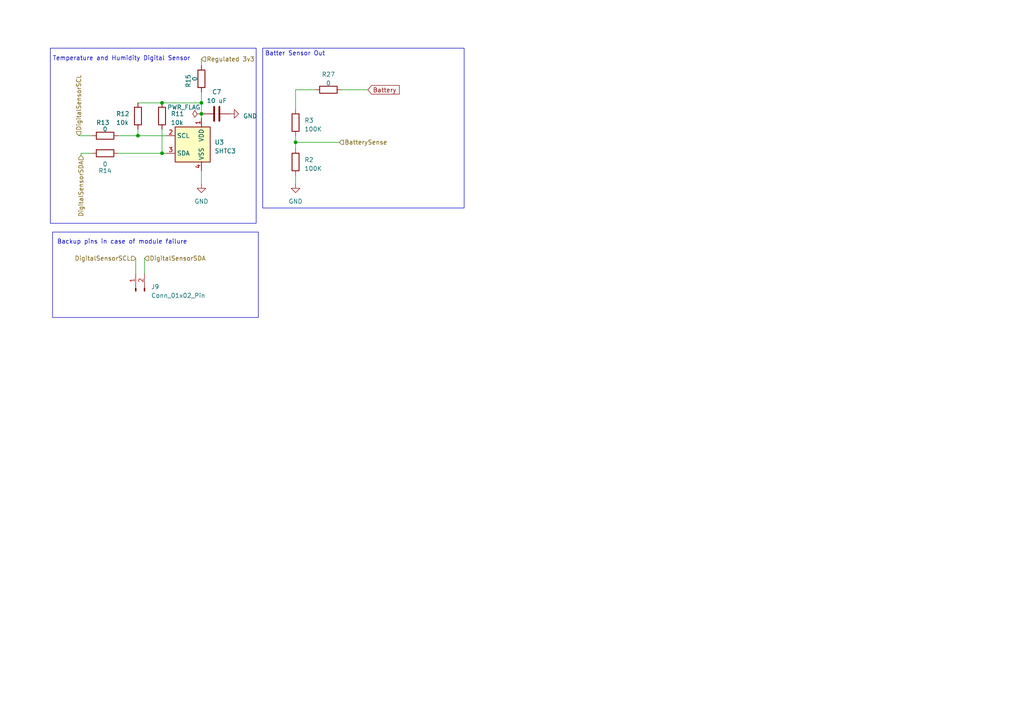
<source format=kicad_sch>
(kicad_sch (version 20230121) (generator eeschema)
  (paper "A4")
  (title_block (title "Sensing Schematic") (date "2023-03-11") (rev "2") (comment 2 "Holly Lewis, Queto Jenkins, Matt Pettit") (comment 3 "Authors: Group 29"))
  (lib_symbols
    (symbol "Connector:Conn_01x02_Pin" (pin_names (offset 1.016) hide)
      (property "Reference" "J" (at 0 2.54 0))
      (property "Value" "Conn_01x02_Pin" (at 0 -5.08 0))
      (symbol "Conn_01x02_Pin_1_1"
        (polyline (pts (xy 1.27 -2.54) (xy 0.8636 -2.54)) (stroke (width 0.1524)))
        (polyline (pts (xy 1.27 0) (xy 0.8636 0)) (stroke (width 0.1524)))
        (rectangle (start 0.8636 -2.413) (end 0 -2.667) (stroke (width 0.1524)) (fill (type outline)))
        (rectangle (start 0.8636 0.127) (end 0 -0.127) (stroke (width 0.1524)) (fill (type outline)))
        (pin passive line (at 5.08 0 180) (length 3.81) (name "Pin_1") (number "1"))
        (pin passive line (at 5.08 -2.54 180) (length 3.81) (name "Pin_2") (number "2"))
      )
    )
    (symbol "Device:C" (pin_numbers hide) (pin_names (offset 0.254))
      (property "Reference" "C" (at 0.635 2.54 0))
      (property "Value" "C" (at 0.635 -2.54 0))
      (symbol "C_0_1"
        (polyline (pts (xy -2.032 -0.762) (xy 2.032 -0.762)) (stroke (width 0.508)))
        (polyline (pts (xy -2.032 0.762) (xy 2.032 0.762)) (stroke (width 0.508)))
      )
      (symbol "C_1_1"
        (pin passive line (at 0 3.81 270) (length 2.794) (name "~") (number "1"))
        (pin passive line (at 0 -3.81 90) (length 2.794) (name "~") (number "2"))
      )
    )
    (symbol "Device:R" (pin_numbers hide) (pin_names (offset 0))
      (property "Reference" "R" (at 2.032 0 90))
      (property "Value" "R" (at 0 0 90))
      (symbol "R_0_1"
        (rectangle (start -1.016 -2.54) (end 1.016 2.54) (stroke (width 0.254)))
      )
      (symbol "R_1_1"
        (pin passive line (at 0 3.81 270) (length 1.27) (name "~") (number "1"))
        (pin passive line (at 0 -3.81 90) (length 1.27) (name "~") (number "2"))
      )
    )
    (symbol "Sensor_Humidity:SHTC3"
      (property "Reference" "U" (at -3.81 6.35 0))
      (property "Value" "SHTC3" (at -2.54 -6.35 0))
      (symbol "SHTC3_1_1"
        (rectangle (start -5.08 5.08) (end 5.08 -5.08) (stroke (width 0.254)) (fill (type background)))
        (pin power_in line (at 2.54 7.62 270) (length 2.54) (name "VDD") (number "1"))
        (pin input line (at -7.62 2.54 0) (length 2.54) (name "SCL") (number "2"))
        (pin bidirectional line (at -7.62 -2.54 0) (length 2.54) (name "SDA") (number "3"))
        (pin power_in line (at 2.54 -7.62 90) (length 2.54) (name "VSS") (number "4"))
        (pin no_connect line (at 5.08 0 180) (length 2.54) hide (name "NC") (number "5"))
      )
    )
    (symbol "power:GND" (power) (pin_names (offset 0))
      (property "Value" "GND" (at 0 -3.81 0))
      (symbol "GND_0_1"
        (polyline (pts (xy 0 0) (xy 0 -1.27) (xy 1.27 -1.27) (xy 0 -2.54) (xy -1.27 -1.27) (xy 0 -1.27)))
      )
      (symbol "GND_1_1"
        (pin power_in line (at 0 0 270) (length 0) hide (name "GND") (number "1"))
      )
    )
    (symbol "power:PWR_FLAG" (power) (pin_numbers hide) (pin_names (offset 0) hide)
      (property "Value" "PWR_FLAG" (at 0 3.81 0))
      (symbol "PWR_FLAG_0_0"
        (pin power_out line (at 0 0 90) (length 0) (name "pwr") (number "1"))
      )
      (symbol "PWR_FLAG_0_1"
        (polyline (pts (xy 0 0) (xy 0 1.27) (xy -1.016 1.905) (xy 0 2.54) (xy 1.016 1.905) (xy 0 1.27)))
      )
    )
  )
  (junction (at 40.005 39.37))
  (junction (at 46.99 44.45))
  (junction (at 58.42 33.02))
  (junction (at 85.725 41.275))
  (junction (at 58.42 29.845))
  (junction (at 46.99 29.845))
  (wire (pts (xy 40.005 39.37) (xy 48.26 39.37)))
  (wire (pts (xy 40.005 29.845) (xy 46.99 29.845)))
  (wire (pts (xy 58.42 33.02) (xy 59.055 33.02)))
  (wire (pts (xy 34.29 44.45) (xy 46.99 44.45)))
  (wire (pts (xy 85.725 50.8) (xy 85.725 53.34)))
  (wire (pts (xy 85.725 41.275) (xy 98.425 41.275)))
  (wire (pts (xy 58.42 29.845) (xy 46.99 29.845)))
  (wire (pts (xy 40.005 37.465) (xy 40.005 39.37)))
  (wire (pts (xy 58.42 29.845) (xy 58.42 33.02)))
  (wire (pts (xy 34.29 39.37) (xy 40.005 39.37)))
  (wire (pts (xy 22.86 39.37) (xy 26.67 39.37)))
  (wire (pts (xy 58.42 33.02) (xy 58.42 34.29)))
  (wire (pts (xy 58.42 17.145) (xy 58.42 19.05)))
  (wire (pts (xy 41.91 74.93) (xy 41.91 79.375)))
  (wire (pts (xy 99.06 26.035) (xy 106.68 26.035)))
  (wire (pts (xy 46.99 37.465) (xy 46.99 44.45)))
  (wire (pts (xy 85.725 41.275) (xy 85.725 43.18)))
  (wire (pts (xy 23.495 44.45) (xy 26.67 44.45)))
  (wire (pts (xy 85.725 26.035) (xy 91.44 26.035)))
  (wire (pts (xy 85.725 39.37) (xy 85.725 41.275)))
  (wire (pts (xy 58.42 26.67) (xy 58.42 29.845)))
  (wire (pts (xy 58.42 49.53) (xy 58.42 53.34)))
  (wire (pts (xy 39.37 74.93) (xy 39.37 79.375)))
  (wire (pts (xy 23.495 45.085) (xy 23.495 44.45)))
  (wire (pts (xy 46.99 44.45) (xy 48.26 44.45)))
  (wire (pts (xy 85.725 26.035) (xy 85.725 31.75)))
  (rectangle (start 14.605 13.97) (end 74.295 64.77))
  (rectangle (start 15.24 67.31) (end 74.93 92.075))
  (rectangle (start 76.2 13.97) (end 134.62 60.325))
  (text "Backup pins in case of module failure\n\n" (at 16.51 73.025 0) (effects (font (size 1.27 1.27)) (justify left bottom)))
  (text "Batter Sensor Out\n\n" (at 76.835 18.415 0) (effects (font (size 1.27 1.27)) (justify left bottom)))
  (text "Temperature and Humidity Digital Sensor\n" (at 15.24 17.78 0) (effects (font (size 1.27 1.27)) (justify left bottom)))
  (global_label "Battery" (shape input) (at 106.68 26.035 0) (property "Intersheetrefs" "${INTERSHEET_REFS}" (effects hide)))
  (hierarchical_label "DigitalSensorSCL" (shape input) (at 39.37 74.93 180))
  (hierarchical_label "BatterySense" (shape input) (at 98.425 41.275 0))
  (hierarchical_label "DigitalSensorSDA" (shape input) (at 41.91 74.93 0))
  (hierarchical_label "DigitalSensorSDA" (shape input) (at 23.495 45.085 270))
  (hierarchical_label "DigitalSensorSCL" (shape input) (at 22.86 39.37 90))
  (hierarchical_label "Regulated 3v3" (shape input) (at 58.42 17.145 0))
  (symbol (lib_id "power:PWR_FLAG") (at 58.42 33.02 90) (unit 1)
    (property "Reference" "#FLG03" (effects hide))
    (property "Value" "PWR_FLAG" (at 53.34 31.115 90))
    (instances (project "Main" (path "" (reference "#FLG03") (unit 1)) (path "" (reference "#FLG07") (unit 1))))
  )
  (symbol (lib_id "Connector:Conn_01x02_Pin") (at 39.37 84.455 90) (unit 1)
    (property "Reference" "J9" (at 43.815 83.185 90) (effects (justify right)))
    (property "Value" "Conn_01x02_Pin" (at 43.815 85.725 90) (effects (justify right)))
    (property "Footprint" "Connector_PinHeader_2.54mm:PinHeader_1x02_P2.54mm_Vertical" (effects hide))
  )
  (symbol (lib_id "Device:R") (at 95.25 26.035 90) (unit 1)
    (property "Reference" "R27" (at 95.25 21.59 90))
    (property "Value" "0" (at 95.25 24.13 90))
    (property "Footprint" "footprint:R0402" (effects hide))
  )
  (symbol (lib_id "Device:R") (at 40.005 33.655 0) (unit 1)
    (property "Reference" "R12" (at 33.655 33.02 0) (effects (justify left)))
    (property "Value" "10k" (at 33.655 35.56 0) (effects (justify left)))
    (property "Footprint" "footprint:R0805" (effects hide))
  )
  (symbol (lib_id "power:GND") (at 66.675 33.02 90) (unit 1)
    (property "Reference" "#PWR03" (effects hide))
    (property "Value" "GND" (at 70.485 33.655 90) (effects (justify right)))
  )
  (symbol (lib_id "power:GND") (at 85.725 53.34 0) (unit 1)
    (property "Reference" "#PWR09" (effects hide))
    (property "Value" "GND" (at 85.725 58.42 0))
  )
  (symbol (lib_id "power:GND") (at 58.42 53.34 0) (unit 1)
    (property "Reference" "#PWR010" (effects hide))
    (property "Value" "GND" (at 58.42 58.42 0))
  )
  (symbol (lib_id "Device:R") (at 46.99 33.655 0) (unit 1)
    (property "Reference" "R11" (at 49.53 33.02 0) (effects (justify left)))
    (property "Value" "10k" (at 49.53 35.56 0) (effects (justify left)))
    (property "Footprint" "footprint:R0805" (effects hide))
  )
  (symbol (lib_id "Device:R") (at 30.48 44.45 90) (unit 1)
    (property "Reference" "R14" (at 30.48 49.53 90))
    (property "Value" "0" (at 30.48 47.625 90))
    (property "Footprint" "footprint:R0402" (effects hide))
  )
  (symbol (lib_id "Device:C") (at 62.865 33.02 90) (unit 1)
    (property "Reference" "C7" (at 62.865 26.67 90))
    (property "Value" "10 uF" (at 62.865 29.21 90))
    (property "Footprint" "footprint:C0603" (effects hide))
  )
  (symbol (lib_id "Device:R") (at 85.725 35.56 0) (unit 1)
    (property "Reference" "R3" (at 88.265 34.925 0) (effects (justify left)))
    (property "Value" "100K" (at 88.265 37.465 0) (effects (justify left)))
    (property "Footprint" "Resistor_SMD:R_0201_0603Metric" (effects hide))
  )
  (symbol (lib_id "Device:R") (at 85.725 46.99 0) (unit 1)
    (property "Reference" "R2" (at 88.265 46.355 0) (effects (justify left)))
    (property "Value" "100K" (at 88.265 48.895 0) (effects (justify left)))
    (property "Footprint" "Resistor_SMD:R_0201_0603Metric" (effects hide))
  )
  (symbol (lib_id "Device:R") (at 30.48 39.37 90) (unit 1)
    (property "Reference" "R13" (at 29.845 35.56 90))
    (property "Value" "0" (at 30.48 37.465 90))
    (property "Footprint" "footprint:R0402" (effects hide))
  )
  (symbol (lib_id "Sensor_Humidity:SHTC3") (at 55.88 41.91 0) (unit 1)
    (property "Reference" "U3" (at 62.23 41.275 0) (effects (justify left)))
    (property "Value" "SHTC3" (at 62.23 43.815 0) (effects (justify left)))
    (property "Footprint" "Sensor_Humidity:Sensirion_DFN-4-1EP_2x2mm_P1mm_EP0.7x1.6mm" (effects hide))
    (property "Datasheet" "https://www.sensirion.com/fileadmin/user_upload/customers/sensirion/Dokumente/0_Datasheets/Humidity/Sensirion_Humidity_Sensors_SHTC3_Datasheet.pdf" (effects hide))
  )
  (symbol (lib_id "Device:R") (at 58.42 22.86 180) (unit 1)
    (property "Reference" "R15" (at 54.61 23.495 90))
    (property "Value" "0" (at 56.515 22.86 90))
    (property "Footprint" "footprint:R0402" (effects hide))
  )
)
</source>
